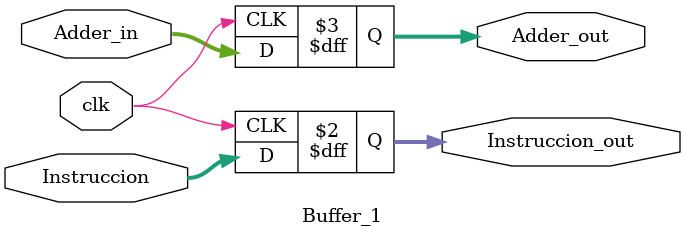
<source format=v>
module Buffer_1 (
	input clk,
	input [31:0] Instruccion,
	input [31:0] Adder_in,
	
	output reg [31:0] Instruccion_out,
	output reg [31:0] Adder_out
);

always@(posedge clk)
begin
	Instruccion_out <= Instruccion;
	Adder_out <= Adder_in;
end

endmodule

</source>
